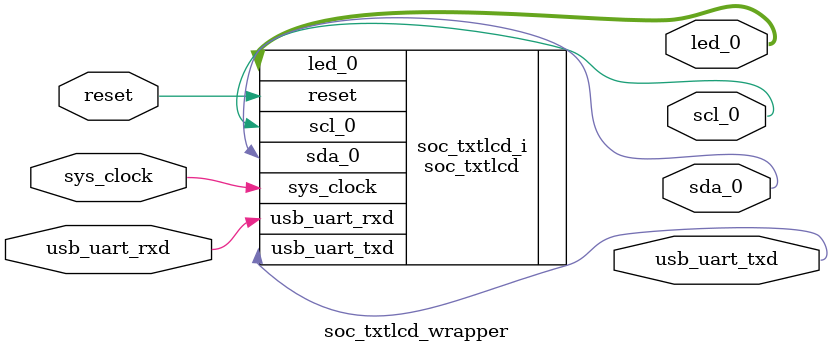
<source format=v>
`timescale 1 ps / 1 ps

module soc_txtlcd_wrapper
   (led_0,
    reset,
    scl_0,
    sda_0,
    sys_clock,
    usb_uart_rxd,
    usb_uart_txd);
  output [15:0]led_0;
  input reset;
  output scl_0;
  output sda_0;
  input sys_clock;
  input usb_uart_rxd;
  output usb_uart_txd;

  wire [15:0]led_0;
  wire reset;
  wire scl_0;
  wire sda_0;
  wire sys_clock;
  wire usb_uart_rxd;
  wire usb_uart_txd;

  soc_txtlcd soc_txtlcd_i
       (.led_0(led_0),
        .reset(reset),
        .scl_0(scl_0),
        .sda_0(sda_0),
        .sys_clock(sys_clock),
        .usb_uart_rxd(usb_uart_rxd),
        .usb_uart_txd(usb_uart_txd));
endmodule

</source>
